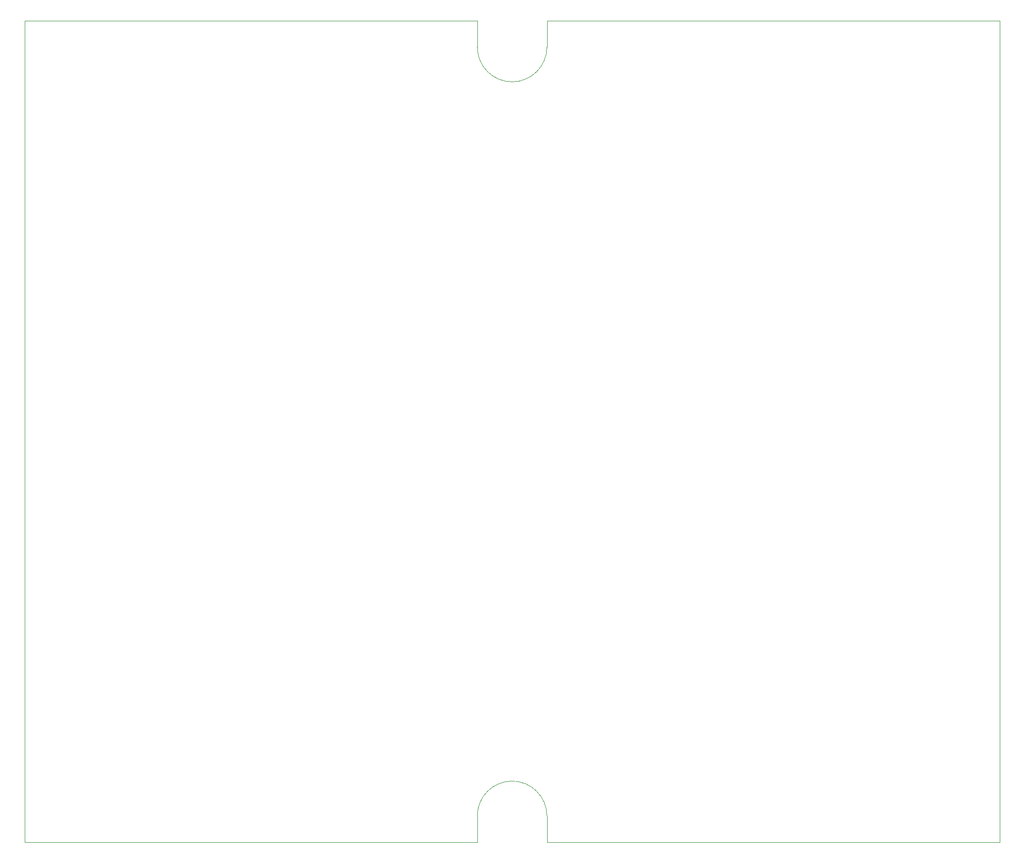
<source format=gbr>
G04 #@! TF.GenerationSoftware,KiCad,Pcbnew,5.0.1-33cea8e~67~ubuntu18.04.1*
G04 #@! TF.CreationDate,2020-01-20T06:57:41+00:00*
G04 #@! TF.ProjectId,neotron-32,6E656F74726F6E2D33322E6B69636164,[v1.2.1]*
G04 #@! TF.SameCoordinates,Original*
G04 #@! TF.FileFunction,Profile,NP*
%FSLAX46Y46*%
G04 Gerber Fmt 4.6, Leading zero omitted, Abs format (unit mm)*
G04 Created by KiCad (PCBNEW 5.0.1-33cea8e~67~ubuntu18.04.1) date Mon Jan 20 06:57:41 2020*
%MOMM*%
%LPD*%
G01*
G04 APERTURE LIST*
%ADD10C,0.050000*%
G04 APERTURE END LIST*
D10*
X160266000Y-158450000D02*
X237766000Y-158450000D01*
X148366000Y-158450000D02*
X148366000Y-158450000D01*
X160266000Y-153920000D02*
X160266000Y-158450000D01*
X148366000Y-153920000D02*
X148366000Y-158450000D01*
X160266000Y-153920000D02*
G75*
G03X148366000Y-153920000I-5950000J0D01*
G01*
X160266000Y-17780000D02*
X237766000Y-17780000D01*
X160266000Y-22310000D02*
X160266000Y-17780000D01*
X148366000Y-22310000D02*
X148366000Y-17780000D01*
X160266000Y-22310000D02*
G75*
G02X148366000Y-22310000I-5950000J0D01*
G01*
X237766000Y-17780000D02*
X237766000Y-158450000D01*
X70866000Y-158450000D02*
X148366000Y-158450000D01*
X70866000Y-17780000D02*
X148366000Y-17780000D01*
X70866000Y-17780000D02*
X70866000Y-158450000D01*
M02*

</source>
